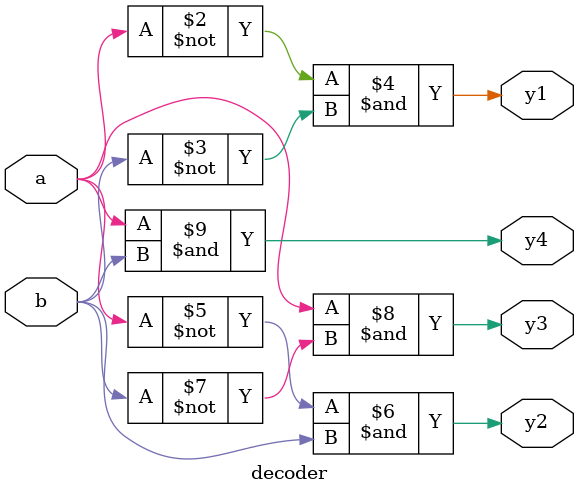
<source format=sv>
module decoder(a,b,y1,y2,y3,y4);
input a,b;
output reg y1,y2,y3,y4;
always @(*) begin
  y1=~a&~b;
  y2=~a&b;
  y3= a&~b;
  y4= a&b; 
end
endmodule 

</source>
